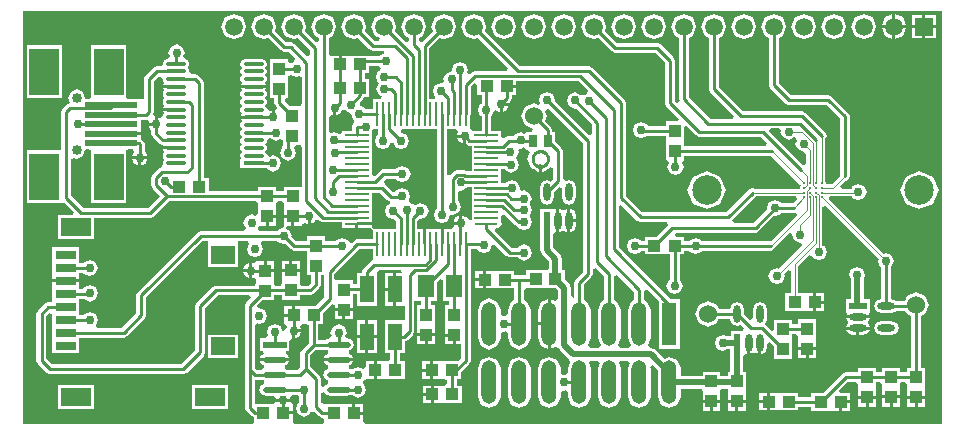
<source format=gtl>
%FSTAX23Y23*%
%MOIN*%
%SFA1B1*%

%IPPOS*%
%ADD10C,0.009843*%
%ADD11R,0.039370X0.043307*%
%ADD12O,0.023622X0.059055*%
%ADD13R,0.023622X0.059055*%
%ADD14R,0.043307X0.039370*%
%ADD15O,0.050000X0.144882*%
%ADD16R,0.050000X0.144882*%
%ADD17R,0.078740X0.021654*%
%ADD18O,0.078740X0.021654*%
%ADD19R,0.177165X0.019685*%
%ADD20R,0.098425X0.157480*%
%ADD21R,0.026772X0.039370*%
%ADD22C,0.020000*%
%ADD23O,0.059055X0.023622*%
%ADD24R,0.059055X0.023622*%
%ADD25C,0.007874*%
%ADD26R,0.008661X0.078740*%
%ADD27R,0.078740X0.008661*%
%ADD28O,0.078740X0.008661*%
%ADD29R,0.055118X0.074803*%
%ADD30R,0.047244X0.090551*%
%ADD31R,0.066929X0.011811*%
%ADD32O,0.066929X0.011811*%
%ADD33R,0.078740X0.059055*%
%ADD34R,0.098425X0.059055*%
%ADD35R,0.068898X0.031496*%
%ADD36C,0.010000*%
%ADD37C,0.002992*%
%ADD38C,0.020000*%
%ADD39C,0.030000*%
%ADD40C,0.060000*%
%ADD41C,0.033465*%
%ADD42R,0.059055X0.059055*%
%ADD43C,0.059055*%
%ADD44C,0.098425*%
%LNmsp_mcu-1*%
%LPD*%
G36*
X03181Y02453D02*
X03178Y02452D01*
X03171Y02433*
X03178Y02413*
X03198Y02406*
X03217Y02413*
X03225Y02433*
X03232Y02433*
X03234Y02433*
X03253Y02441*
X03261Y0246*
X03253Y0248*
X0325Y02481*
Y02509*
X03258Y02515*
X03259Y02514*
X03278Y02522*
X03279Y02526*
X03296*
Y02488*
Y02449*
Y02419*
X03294Y02417*
X03282Y02419*
X0328Y02425*
X03265Y0243*
Y02405*
X0326*
Y024*
X03236*
X03238Y02395*
X03231Y02385*
X03203*
Y02339*
X03201Y02335*
X03194*
X03193Y02339*
Y02385*
X03144*
Y02339*
X03142Y02335*
X03134*
Y02385*
X03115*
Y02414*
X03123Y0242*
X03125Y02419*
X03144Y02427*
X03152Y02447*
X03144Y02466*
X03125Y02474*
X0311Y02467*
X03099Y02468*
X0309Y02471*
X03086Y02484*
X03091Y02495*
X03083Y02515*
X03064Y02523*
X03044Y02515*
X03043Y02511*
X03033Y0251*
X03009Y02534*
X03006Y02535*
X03004Y02545*
X0301Y02552*
X03044*
X03045Y02549*
X03065Y02541*
X03084Y02549*
X03092Y02569*
X03084Y02588*
X03065Y02596*
X03045Y02588*
X03044Y02585*
X03*
X02989Y0258*
X02972Y02562*
X02962Y02567*
Y02587*
Y02626*
Y02666*
Y02708*
X02962Y02708*
X02963Y0271*
X02967Y02719*
X02985*
Y027*
X02981Y02699*
X02973Y0268*
X02981Y0266*
X03Y02652*
X0302Y0266*
X03025Y02674*
X03036*
X03041Y0266*
X0306Y02652*
X0308Y0266*
X03088Y0268*
X0308Y02699*
X03062Y02706*
X03059Y02709*
X03059Y0271*
X03065Y02719*
X03181*
Y02453*
G37*
G36*
X04042Y02698D02*
X04054Y02693D01*
X0426*
X04281Y02672*
X04277Y02663*
X04002*
Y02678*
Y02682*
Y02725*
X04011Y02729*
X04042Y02698*
G37*
G36*
X04326Y02713D02*
X04325Y0271D01*
X04333Y02691*
X04352Y02683*
X04371Y02691*
X04372Y02691*
X04373Y02691*
X0438Y0268*
X04375Y0267*
X04383Y02651*
X04402Y02643*
X04411Y02636*
Y02602*
X04401Y02598*
X04288Y02711*
X04292Y02721*
X04321*
X04326Y02713*
G37*
G36*
X04865Y01739D02*
X04865Y01737D01*
X02942*
X02934Y01743*
Y01747*
Y01767*
X02902*
Y01772*
X02897*
Y01802*
X02877*
X02871*
X02861*
X02804*
X02796Y01807*
X02794Y01809*
Y0184*
X02804Y01842*
X02807Y01835*
X02823Y01828*
X0288*
X02887Y01831*
X02897Y01831*
X02917Y01823*
X02936Y01831*
X02944Y0185*
X02936Y0187*
X02935Y01871*
X02935Y01876*
X02937Y01881*
X02937Y01881*
X02939Y01883*
X02946Y01886*
X02951*
X02969*
Y01915*
Y01945*
X02942*
Y01925*
X02932Y0192*
X02917Y01927*
X02897Y01919*
X02887Y0192*
X02887Y0192*
Y01931*
X02896Y01935*
X02901Y01945*
X02802*
X02807Y01935*
X02816Y01931*
Y0192*
X02807Y01916*
X028Y019*
X02807Y01885*
X02816Y01881*
Y0187*
X02807Y01866*
X02804Y01859*
X02794Y01861*
Y01885*
X02789Y01896*
X02758Y01927*
Y01966*
X02776Y01984*
X02808*
X02816Y01981*
Y0197*
X02807Y01966*
X02802Y01955*
X02901*
X02896Y01966*
X02887Y0197*
Y01981*
X02896Y01985*
X02903Y02*
X02896Y02016*
X0288Y02023*
X02875Y0203*
X0288Y0204*
X02872Y0206*
X02852Y02068*
X02833Y0206*
X02825Y0204*
X02829Y02031*
X02824Y02023*
X02823*
X02808Y02017*
X02785*
Y02069*
X028*
Y02107*
X0283Y02137*
X0284Y02133*
Y02122*
X0287*
X02899*
Y02143*
Y02149*
Y02159*
X029Y02169*
X02912*
Y0213*
X0298*
Y0224*
X02986Y0225*
X03059*
X03064Y0224*
X03045*
Y02185*
Y0213*
X03072*
Y02083*
X03007*
Y01972*
X03024*
Y01952*
X03017Y01945*
X03009*
X02999*
X02979*
Y01915*
Y01886*
X02999*
X03005*
X03015*
X03072*
Y01945*
X03057*
Y01972*
X03074*
Y02013*
X03082Y02016*
X031Y02034*
X03105Y02045*
Y02137*
X03105Y02147*
X03127*
Y02131*
X03115*
Y02074*
Y02068*
Y02058*
Y02038*
X03145*
X03174*
Y02058*
Y02064*
Y02074*
Y02131*
X03159*
Y02147*
X03181*
Y02209*
X03191Y02219*
X032Y02215*
Y02147*
X03221*
Y02131*
X03208*
Y02068*
Y02064*
Y02037*
X03237*
Y02032*
X03242*
Y02001*
X0326*
Y01954*
X03251Y01945*
X03204*
X03198*
X03188*
X03168*
Y01915*
Y01886*
X03188*
X03194*
X03203*
X03213Y01884*
Y01871*
X03206Y01864*
X03199*
X03189*
X03169*
Y01835*
Y01805*
X03189*
X03195*
X03205*
X03262*
Y01864*
X03246*
Y01886*
X03261*
Y01909*
X03288Y01936*
X03293Y01947*
Y02319*
X03315*
X03317Y02314*
X03337Y02306*
X03356Y02314*
X03362Y02331*
X03373Y02334*
X03411Y02296*
X03422Y02291*
X03449*
X0345Y02288*
X0347Y0228*
X03489Y02288*
X03497Y02307*
X03489Y02327*
X0347Y02335*
X0345Y02327*
X03449Y02324*
X03429*
X03373Y0238*
X03377Y02389*
X0338*
X03391Y02393*
X03394Y024*
X03396Y02404*
X03395Y0241*
Y02429*
X03397Y02431*
X03404Y02434*
X0344Y02398*
X03449Y02394*
X0345Y0239*
X0347Y02382*
X03489Y0239*
X03497Y0241*
X03492Y0242*
X03489Y02429*
X03492Y02438*
X03497Y02449*
X03492Y0246*
X03489Y02468*
X03491Y02477*
X03496Y02487*
X03488Y02507*
X03469Y02515*
X03462Y02512*
X03454Y0252*
X03456Y02522*
X03448Y02542*
X03429Y0255*
X03409Y02542*
X03408Y02539*
X03395*
Y02585*
X03407*
X03408Y02581*
X03427Y02573*
X03447Y02581*
X03455Y026*
X03447Y0262*
X03445Y0262*
Y02622*
X03453Y02642*
X0345Y02649*
X03457Y02656*
X0346Y02654*
X03469Y02658*
X03477Y02653*
Y0265*
X03484*
X0349Y02641*
X03481Y0262*
X03494Y02589*
X03509Y02582*
X0351Y02579*
X0352Y02575*
Y02594*
X0353*
Y02575*
X03541Y02579*
X03542Y02583*
X03556Y02589*
X03556Y02591*
X03566Y02589*
Y02552*
X03559Y02544*
X03546Y0255*
X03529Y02543*
X03522Y02526*
Y02491*
X03529Y02474*
X03546Y02467*
X03562Y02474*
X03569Y02491*
Y02509*
X03587Y02527*
X03597Y02523*
Y02491*
X03604Y02474*
X0362Y02467*
X03637Y02474*
X03644Y02491*
Y02526*
X03637Y02543*
X0362Y0255*
X03609Y02545*
X03599Y02551*
Y02645*
X03594Y02657*
X03572Y02679*
Y02709*
X03565*
Y02715*
X0356Y02727*
X0354Y02747*
X03546Y02762*
X03539Y02777*
X03546Y02787*
X03553Y02787*
X03667Y02673*
Y02243*
X03643Y02219*
X03638Y02207*
Y02157*
X03636Y02156*
X03626Y02162*
Y0219*
X03619Y02205*
X03607Y02217*
Y02248*
X03597*
Y02287*
X03591Y02302*
X03567Y02325*
Y02368*
X03577Y02375*
X03578Y02375*
Y02414*
Y02453*
X03572Y02451*
X03567Y02454*
X03524*
Y02375*
X03524*
Y02316*
X0353Y02301*
X03554Y02278*
Y02255*
X03547Y02248*
X03534*
X03477*
Y02234*
X03438*
Y02247*
X03381*
X03375*
X03365*
X03345*
Y02217*
Y02188*
X03365*
X03371*
X03381*
X03438*
X03438Y02178*
Y02148*
X03428Y02144*
X03417Y02117*
Y02101*
X03408Y02095*
X03402Y02098*
X03401Y02097*
X03392Y02102*
Y02117*
X03381Y02144*
X03355Y02155*
X03328Y02144*
X03317Y02117*
Y02022*
X03328Y01995*
X03355Y01984*
X03381Y01995*
X03392Y02022*
Y02039*
X03401Y02044*
X03402Y02043*
X03408Y02046*
X03417Y0204*
Y02022*
X03428Y01995*
X03455Y01984*
X03481Y01995*
X03492Y02022*
Y02117*
X03481Y02144*
X03471Y02148*
Y02181*
X03477Y02189*
X03534*
X0354*
X0355*
X03575*
X03582Y02181*
Y02154*
X03572Y02147*
X0356Y02153*
Y0207*
Y01986*
X03574Y01992*
X03587Y01988*
X03589Y01984*
X03619Y01953*
X03624Y0194*
X03617Y01922*
Y01906*
X03608Y019*
X03605Y01902*
X03601Y019*
X03592Y01905*
Y01922*
X03581Y01949*
X03555Y0196*
X03528Y01949*
X03517Y01922*
Y01827*
X03528Y018*
X03555Y01789*
X03581Y018*
X03592Y01827*
Y01844*
X03601Y01849*
X03605Y01847*
X03608Y01849*
X03617Y01843*
Y01827*
X03628Y018*
X03655Y01789*
X03681Y018*
X03692Y01827*
Y01922*
X03686Y01939*
X03691Y01947*
X03718*
X03723Y01939*
X03717Y01922*
Y01827*
X03728Y018*
X03755Y01789*
X03781Y018*
X03792Y01827*
Y01922*
X03786Y01939*
X03791Y01947*
X03818*
X03823Y01939*
X03817Y01922*
Y01827*
X03828Y018*
X03855Y01789*
X03881Y018*
X03892Y01827*
Y01922*
X0389Y01927*
X03899Y01932*
X03917Y01915*
Y01827*
X03928Y018*
X03955Y01789*
X03981Y018*
X03992Y01827*
Y01853*
X04065*
X04066Y01843*
Y01837*
Y01817*
X04095*
X04125*
Y01837*
Y01843*
X04126Y01853*
X04149*
X0415Y01843*
Y01837*
Y01817*
X0418*
X04209*
Y01837*
Y01843*
Y01853*
Y0191*
X04201*
Y01963*
X04211Y01969*
X04214Y01968*
Y02007*
X04224*
Y01968*
X04229Y01971*
X04237Y01973*
X04245Y01971*
X04251Y01968*
Y02007*
X04261*
Y01968*
X04273Y01973*
X0428Y0199*
Y02004*
X04289Y02008*
X04305Y01992*
Y01954*
X04364*
Y02011*
Y02017*
Y02021*
Y02036*
X04377*
X04384Y02029*
Y02022*
Y02012*
Y01992*
X04414*
X04443*
Y02012*
Y02018*
Y02028*
Y02085*
X04384*
Y02069*
X04364*
Y02084*
X04305*
Y02051*
X04296Y02047*
X04276Y02067*
X04273Y02068*
X0428Y02084*
Y0212*
X04273Y02136*
X04256Y02143*
X04239Y02136*
X04232Y0212*
Y02088*
X04223Y02083*
X04205Y02101*
Y0212*
X04198Y02136*
X04181Y02143*
X04164Y02136*
X04157Y0212*
Y02118*
X0412*
X04113Y02134*
X04082Y02147*
X04052Y02134*
X04039Y02104*
X04052Y02073*
X04082Y0206*
X04113Y02073*
X04118Y02086*
X04157*
Y02084*
X04164Y02068*
X04181Y02061*
X04194Y02066*
X04203Y02057*
X04199Y02047*
X04159*
Y02028*
X04148*
X04135Y02034*
X04115Y02026*
X04107Y02007*
X04115Y01987*
X04135Y01979*
X04148Y01985*
X04158*
Y0191*
X0415*
Y01896*
X04125*
Y0191*
X04066*
Y01896*
X03992*
Y01922*
X03981Y01949*
X03955Y0196*
X03939Y01954*
X03913Y0198*
X0392Y01987*
X0399*
Y02152*
X03959*
X03786Y02325*
Y02461*
X03795Y02465*
X03847Y02413*
X03859Y02408*
X03946*
X0395Y02398*
X03912Y0236*
X03874*
Y02346*
X03861*
X0386Y02349*
X0384Y02357*
X03821Y02349*
X03813Y0233*
X03821Y0231*
X0384Y02302*
X0386Y0231*
X03861Y02313*
X03874*
Y02301*
X03931*
X03937*
X03941*
X03956*
Y02217*
X03952Y02216*
X03944Y02197*
X03952Y02177*
X03972Y02169*
X03991Y02177*
X03999Y02197*
X03991Y02216*
X03989Y02216*
Y02301*
X04004*
Y02314*
X04021*
X04022Y0231*
X04042Y02302*
X04061Y0231*
X04062Y02314*
X04294*
X04305Y02319*
X04309Y02328*
X04356Y02375*
X04364Y0237*
X04363Y02367*
X04371Y02348*
X0439Y0234*
X04393Y02341*
X04398Y02333*
X04319Y02254*
X04312Y02257*
X04293Y02249*
X04285Y0223*
X04293Y0221*
X04312Y02202*
X04332Y0221*
X0434Y0223*
X04337Y02236*
X0435Y02249*
X04359Y02245*
Y02172*
X0434*
Y02113*
X04397*
X04403*
X04413*
X04434*
Y02142*
Y02172*
X04413*
X04407*
X04397*
X04384*
Y02262*
X0442Y02299*
X0443Y02297*
X04433Y02289*
X04452Y02281*
X04472Y02289*
X0448Y02309*
X04472Y02328*
X04465Y0233*
Y02459*
X04474Y02463*
X04652Y02285*
X04649Y02278*
X04657Y02259*
X0466Y02258*
Y02154*
X04643Y02147*
X04636Y0213*
X04643Y02114*
X0466Y02107*
X04695*
X04712Y02114*
X04712Y02114*
X0474*
X04746Y02101*
X0476Y02095*
Y01924*
X04747*
Y01909*
X04724*
Y01924*
X04665*
Y01909*
X04643*
Y01923*
X04584*
Y01909*
X04542*
X04531Y01904*
X04466Y01839*
X04428*
Y01826*
X04384*
Y0184*
X04327*
X04321*
X04311*
X04291*
Y0181*
Y01781*
X04311*
X04317*
X04327*
X04384*
Y01793*
X04428*
Y0178*
X04485*
X04491*
X04495*
X04521*
Y0181*
X04526*
Y01815*
X04558*
Y01839*
X04525*
X04521Y01848*
X04549Y01876*
X04577*
X04584Y01869*
Y0186*
Y0185*
Y0183*
X04614*
X04643*
Y0185*
Y01856*
Y01866*
X04643Y01876*
X04658*
X04665Y01869*
Y01861*
Y01851*
Y01831*
X04695*
X04724*
Y01851*
Y01857*
Y01866*
X04727Y01876*
X0474*
X04747Y01869*
Y01861*
Y01851*
Y0183*
X04777*
X04806*
Y01851*
Y01857*
Y01867*
Y01924*
X04793*
Y02095*
X04807Y02101*
X0482Y02132*
X04807Y02162*
X04777Y02175*
X04746Y02162*
X04739Y02147*
X04712*
X04712Y02147*
X04695Y02154*
X04692*
Y02258*
X04695Y02259*
X04703Y02278*
X04695Y02298*
X04676Y02305*
X04669Y02303*
X04486Y02486*
X0449Y02495*
X04563*
X04565Y02489*
X04585Y02481*
X04604Y02489*
X04612Y02509*
X04604Y02528*
X04585Y02536*
X04565Y02528*
X04562Y0252*
X04529*
X04525Y02529*
X04542Y02546*
X04551Y0255*
X04556Y02562*
Y02762*
X04551Y02773*
X04497Y02827*
X04485Y02832*
X04361*
X04319Y02874*
Y03024*
X04333Y0303*
X04345Y0306*
X04333Y03091*
X04302Y03103*
X04272Y03091*
X0426Y0306*
X04272Y0303*
X04286Y03024*
Y02867*
X04291Y02856*
X04343Y02804*
X04355Y02799*
X04479*
X04523Y02755*
Y02563*
X04496Y02535*
X0448*
X04478Y02539*
X04475Y02545*
Y02687*
X04479Y02696*
X04474Y02708*
X04408Y02774*
X04397Y02779*
X042*
X04119Y0286*
Y03024*
X04133Y0303*
X04145Y0306*
X04133Y03091*
X04102Y03103*
X04072Y03091*
X0406Y0306*
X04072Y0303*
X04086Y03024*
Y02854*
X04091Y02842*
X0417Y02763*
X04166Y02754*
X0409*
X04019Y02825*
Y03024*
X04033Y0303*
X04045Y0306*
X04033Y03091*
X04002Y03103*
X03972Y03091*
X0396Y0306*
X03972Y0303*
X03986Y03024*
Y02819*
X0399Y02811*
X03981Y02805*
X03973Y02813*
Y02947*
X03968Y02959*
X03926Y03001*
X03915Y03006*
X0378*
X03739Y03046*
X03745Y0306*
X03733Y03091*
X03702Y03103*
X03672Y03091*
X0366Y0306*
X03672Y0303*
X03702Y03018*
X03717Y03024*
X03762Y02978*
X03774Y02973*
X03908*
X0394Y02941*
Y02807*
X03945Y02795*
X03986Y02754*
X03982Y02745*
X03943*
Y0273*
X03882*
X0388Y02735*
X0386Y02743*
X03841Y02735*
X03833Y02715*
X03841Y02696*
X0386Y02688*
X0388Y02696*
X0388Y02697*
X03943*
Y02682*
Y02678*
Y02615*
X03946*
X03953Y02605*
X03948Y02594*
X03956Y02574*
X03975Y02566*
X03995Y02574*
X04003Y02594*
X03998Y02605*
X04002Y02615*
Y0263*
X04295*
X04391Y02534*
X04392Y02531*
X04389Y02523*
X04387Y0252*
X04241*
X04232Y02523*
X04221Y02519*
X04143Y02441*
X03865*
X03809Y02497*
Y02807*
X03804Y02818*
X03698Y02924*
X03687Y02929*
X03457*
X03339Y03046*
X03345Y0306*
X03333Y03091*
X03302Y03103*
X03272Y03091*
X0326Y0306*
X03272Y0303*
X03302Y03018*
X03317Y03024*
X03418Y02922*
X03414Y02913*
X03307*
X03296Y02908*
X0329Y02902*
X03281Y02907*
X03285Y02915*
X03277Y02935*
X03257Y02943*
X03238Y02935*
X0323Y02915*
X03222Y02909*
X03209Y02904*
X03201Y02885*
X03203Y0288*
X03196Y02873*
X03195Y02874*
X03175Y02866*
X03167Y02847*
X03175Y02827*
X03172Y02818*
X03155*
Y0299*
X03188Y03024*
X03202Y03018*
X03233Y0303*
X03245Y0306*
X03233Y03091*
X03202Y03103*
X03172Y03091*
X0316Y0306*
X03166Y03046*
X03129Y0301*
X03121Y03012*
X03119Y03013*
Y03024*
X03133Y0303*
X03145Y0306*
X03133Y03091*
X03102Y03103*
X03072Y03091*
X0306Y0306*
X03072Y0303*
X03086Y03024*
Y03014*
X03076Y0301*
X03039Y03046*
X03045Y0306*
X03033Y03091*
X03002Y03103*
X02972Y03091*
X0296Y0306*
X02972Y0303*
X0299Y03023*
X02988Y03013*
X02973*
X02939Y03046*
X02945Y0306*
X02933Y03091*
X02902Y03103*
X02872Y03091*
X0286Y0306*
X02872Y0303*
X02902Y03018*
X02917Y03024*
X02955Y02985*
X02967Y0298*
X03002*
X03004Y0297*
X0299Y02965*
X02989Y02962*
X02955*
Y02964*
X02892*
X02888*
X02862*
Y02935*
X02852*
Y02964*
X02825*
X02819Y02972*
Y03024*
X02833Y0303*
X02845Y0306*
X02833Y03091*
X02802Y03103*
X02772Y03091*
X0276Y0306*
X02772Y0303*
X02786Y03024*
Y03014*
X02776Y0301*
X02739Y03046*
X02745Y0306*
X02733Y03091*
X02702Y03103*
X02672Y03091*
X0266Y0306*
X02672Y0303*
X02702Y03018*
X02717Y03024*
X02756Y02984*
Y02966*
X02747Y02962*
X02705Y03004*
X02694Y03009*
X02677*
X02639Y03046*
X02645Y0306*
X02633Y03091*
X02602Y03103*
X02572Y03091*
X0256Y0306*
X02572Y0303*
X02602Y03018*
X02617Y03024*
X02659Y02981*
X0267Y02976*
X02687*
X02707Y02956*
X02705Y02944*
X02693Y02939*
X02683Y02943*
Y02951*
X02624*
Y02894*
Y02888*
Y02878*
Y02821*
X02637*
Y02807*
X02642Y02796*
X02648Y0279*
X02642Y02782*
X02639Y02783*
Y02758*
X02629*
Y02783*
X02623Y0278*
X02612Y02787*
X02612Y02788*
X02608Y02796*
X02612Y02805*
X02613Y02809*
X02612Y02813*
X02608Y02822*
X02612Y02831*
X02613Y02835*
X02612Y02839*
X02608Y02848*
X02611Y02855*
X02569*
X02526*
X02529Y02848*
X02525Y02839*
X02524Y02835*
X02525Y02831*
X02529Y02822*
X02525Y02813*
X02524Y02809*
X02525Y02805*
X02529Y02796*
X02525Y02788*
X02524Y02784*
X02525Y0278*
X02529Y02771*
X02526Y02763*
X02569*
Y02753*
X02526*
X02529Y02745*
X02525Y02737*
X02524Y02732*
X02525Y02729*
X02529Y0272*
X02525Y02711*
X02524Y02707*
X02525Y02703*
X02529Y02694*
X02525Y02685*
X02524Y02681*
X02525Y02677*
X02529Y02669*
X02525Y0266*
X02524Y02656*
X02525Y02652*
X02529Y02643*
X02525Y02634*
X02524Y0263*
X02527Y02623*
X02525Y0262*
Y02589*
X02568*
X02569Y02588*
X02612*
X02613Y02585*
X02632Y02577*
X02652Y02585*
X0266Y02605*
X02652Y02624*
X02632Y02632*
X02623Y02627*
X02612Y02634*
X02612Y02634*
X02608Y02643*
X02612Y02652*
X02613Y02656*
X02612Y0266*
X02608Y02669*
X02612Y02677*
X02613Y02681*
X02613Y02682*
X02614Y02684*
X02622Y02688*
X02642Y0268*
X02657Y02687*
X02667Y02681*
Y02666*
X02663Y02657*
X02656Y0264*
X02664Y02621*
X02684Y02613*
X02703Y02621*
X02711Y0264*
X02704Y02656*
X0271Y02666*
X02726*
X02729Y02657*
Y02537*
X02729Y02527*
X02719*
X0267*
Y02511*
X02643*
Y02527*
X02584*
Y02511*
X02419*
Y02557*
X02404*
Y02872*
X02399Y02883*
X02384Y02898*
X02373Y02902*
X02361*
X02355Y02911*
X02355Y02912*
X02354Y02916*
X02351Y02924*
X02354Y02933*
X02355Y02937*
X0235Y02949*
X02341Y02953*
X02335Y02964*
X02339Y02974*
X02331Y02993*
X02312Y03001*
X02292Y02993*
X02284Y02974*
X02289Y02963*
X02285Y02957*
X02282Y02954*
X02271Y02949*
X02266Y02937*
X02266Y02936*
X02261Y02928*
X02247*
X02235Y02923*
X02208Y02896*
X02203Y02885*
Y0282*
X02194Y02818*
X02153*
X02145Y02822*
Y02828*
Y02999*
X02026*
Y02828*
Y02822*
X02018Y02818*
X02011*
X02008Y02822*
X02Y02842*
X0198Y02851*
X01959Y02842*
X01951Y02822*
X01957Y02806*
X01946Y02801*
X01933Y02788*
X01928Y02777*
Y02649*
X01812*
Y02471*
X0193*
X0194Y02471*
X01971Y02441*
X01967Y02431*
X01918*
Y02352*
X02036*
Y02422*
X02225*
X02236Y02427*
X02287Y02478*
X02577*
X02584Y02471*
Y02464*
Y02454*
Y02436*
X02574Y02429*
X02562Y02435*
X02542Y02427*
X02534Y02407*
X02542Y0239*
X02538Y0238*
X02394*
X02382Y02375*
X02183Y02176*
X02178Y02165*
Y02105*
X02129Y02056*
X02047*
X02043Y02066*
X0205Y02082*
X02042Y02102*
X02022Y0211*
X02003Y02102*
X02002Y02099*
X01987*
Y02153*
X02003*
X02003Y02152*
X02022Y02144*
X02042Y02152*
X0205Y02172*
X02042Y02191*
X02022Y02199*
X02003Y02191*
X02001Y02186*
X01987*
Y02208*
X01942*
X01898*
Y02187*
Y02142*
X01885*
X01874Y02138*
X0185Y02114*
X01845Y02102*
Y01947*
X0185Y01935*
X01878Y01907*
X0189Y01902*
X02335*
X02346Y01907*
X02402Y01963*
X02407Y01975*
Y02123*
X02449Y02165*
X02555*
X02559Y02156*
X02545Y02142*
X0254Y0213*
Y01917*
Y0179*
X02545Y01779*
X02562Y01762*
X02569Y01759*
Y01747*
Y01744*
X02562Y01737*
X018*
Y03101*
Y03112*
X01809Y03114*
X04865*
Y01739*
G37*
G36*
X03251Y02709D02*
X03247Y027D01*
X03272*
Y02695*
X03277*
Y02668*
X03288Y02664*
X03296*
Y02626*
Y02578*
X0328*
X03269Y02583*
X03248*
X03237Y02578*
X03224Y02565*
X03215Y02567*
X03214Y02568*
Y02719*
X03245*
X03251Y02709*
G37*
G36*
X02992Y02923D02*
X0299Y02913D01*
X02985Y02911*
X02977Y02892*
X02985Y02872*
X02986Y02872*
Y02871*
X02978Y02852*
X02986Y02832*
X02997Y02828*
X02995Y02818*
X02967*
Y02785*
X02942*
X0294Y0279*
X02928Y02795*
X02924Y02797*
X02922Y02807*
X02935Y0282*
X02938Y02827*
X02955*
Y02886*
X0294*
Y02905*
X02955*
Y02929*
X02986*
X02992Y02923*
G37*
G36*
X02712Y02892D02*
X02721Y02896D01*
X02729Y02891*
Y02805*
X02726Y02796*
X02719*
X02688*
X02673Y02811*
X02677Y02821*
X02683*
Y02878*
Y02884*
Y02896*
X02693Y029*
X02712Y02892*
G37*
G36*
X02844Y02765D02*
X02858Y0277D01*
X02862Y02782*
X02873*
X02873Y02781*
X02885Y02777*
X02893Y0277*
X02901Y02751*
X02904Y0275*
Y0274*
X02901Y02738*
X02896Y02727*
Y02714*
X02863*
Y02707*
X02853Y02702*
X02837Y02709*
X02827Y02705*
X02819Y0271*
Y0276*
X02829Y02766*
X02834Y02765*
Y0279*
X02844*
Y02765*
G37*
G36*
X03315Y02867D02*
Y02833D01*
X03329*
Y02804*
X03325Y02803*
X03317Y02784*
X03325Y02764*
X03329Y02763*
Y02714*
X03299*
X03294Y02717*
X03291Y02722*
Y02764*
X03293Y02769*
Y02859*
X03305Y02871*
X03315Y02867*
G37*
G36*
X02259Y02893D02*
X02266Y02886D01*
X02267Y02882*
X02271Y02873*
X02268Y02865*
X02311*
Y02855*
X02268*
X02271Y02848*
X02267Y02839*
X02266Y02835*
X02267Y02831*
X02271Y02822*
X02267Y02813*
X02266Y02809*
X02267Y02805*
X02271Y02796*
X02268Y02789*
X02311*
Y02779*
X02268*
X02271Y02771*
X02268Y02763*
X02257Y02757*
X02249Y0276*
Y02735*
X02244*
Y0273*
X02219*
X02224Y02716*
X02227Y02715*
Y02704*
X02232Y02692*
X02254Y0267*
X02266Y02665*
X02268Y02661*
X02268Y02661*
X02311*
Y02651*
X02268*
X02271Y02643*
X02267Y02634*
X02266Y0263*
X02267Y02626*
X02271Y02617*
X02267Y02609*
X02266Y02605*
X02267Y02602*
X02262Y02592*
X0225Y02587*
X02232Y02569*
X02227Y02557*
Y02532*
X02232Y0252*
X02258Y02495*
X02218Y02455*
X02002*
X01961Y02496*
Y02618*
X01969Y02624*
X0198Y0262*
X02Y02628*
X02008Y02649*
X02011Y02652*
X02018*
X02026Y02649*
Y02642*
Y02471*
X02145*
Y02642*
Y02649*
X02153Y02652*
X02168*
X0217Y02643*
X02165Y02629*
X02215*
X02209Y02643*
X02206Y02644*
Y02669*
X02201Y0268*
X02197Y02684*
X02194Y02685*
Y02699*
X02095*
Y02709*
X02194*
Y02715*
Y0275*
X02209*
X02212Y02752*
X0222Y02744*
X02219Y0274*
X02239*
Y02761*
X02238Y02761*
X02232Y02769*
X02236Y02777*
Y02878*
X02252Y02894*
X02259Y02893*
G37*
G36*
X03838Y02176D02*
Y02148D01*
X03828Y02144*
X03817Y02117*
Y02022*
X03826Y02*
X0382Y0199*
X03789*
X03783Y02*
X03792Y02022*
Y02117*
X03781Y02144*
X03771Y02148*
Y02229*
X03781Y02233*
X03838Y02176*
G37*
G36*
X02805Y02158D02*
X02775Y02128D01*
X02743*
X02737*
X02727*
X02707*
Y02099*
X02702*
Y02094*
X0267*
Y02069*
X02673*
X0268Y02059*
X02675Y02048*
X02665Y02046*
X02659Y02062*
X0264Y0207*
X0262Y02062*
X02612Y02042*
X02617Y02031*
X0261Y02021*
X0259*
Y0198*
X026*
X02602Y0197*
X02594Y01966*
X0259Y01955*
X02688*
X02683Y01966*
X02676Y0197*
X02678Y0198*
X02688*
Y02014*
X02697Y0202*
Y02047*
X02702*
Y02052*
X02727*
X02723Y02059*
X0273Y02069*
X02742*
X02752Y02067*
Y02006*
X0273Y01984*
X02725Y01972*
Y01927*
X02715Y01917*
X02683*
X02675Y0192*
Y01931*
X02683Y01935*
X02688Y01945*
X0259*
X02594Y01935*
X02603Y01931*
Y01921*
X02595Y01917*
X0258*
X02573Y01924*
Y02066*
X02581Y02071*
X02587Y02068*
X02607Y02076*
X02615Y02095*
X02607Y02115*
X02587Y02123*
X02584Y02121*
X02579Y0213*
X02598Y02149*
X02636*
Y02165*
X02663*
Y0215*
X02723*
Y02165*
X02758*
X0277Y0217*
X02788Y02188*
X02793Y022*
Y02231*
X02805*
Y02158*
G37*
G36*
X03738Y02228D02*
Y02148D01*
X03728Y02144*
X03717Y02117*
Y02022*
X03726Y02*
X0372Y0199*
X03689*
X03683Y02*
X03692Y02022*
Y02117*
X03681Y02144*
X03671Y02148*
Y02201*
X03695Y02225*
X037Y02237*
Y02252*
X0371Y02256*
X03738Y02228*
G37*
G36*
X02603Y01881D02*
Y0187D01*
X02594Y01866*
X02588Y0185*
X02594Y01835*
X0261Y01828*
X02637*
X02643Y0182*
X02642Y0182*
X02692*
X02691Y01824*
X02697Y01834*
X02716*
X02717Y01831*
X0272Y0183*
Y01808*
X02717Y01807*
X02709Y01787*
X02717Y01768*
X02737Y0176*
X02756Y01768*
X02758Y01775*
X0277Y01777*
X02786Y01761*
X02797Y01756*
X02802Y01752*
X02802Y01741*
X02797Y01737*
X02706*
X02699Y01744*
Y01747*
Y01769*
X02667*
Y01779*
X02699*
Y01803*
X02699*
X02695Y0181*
X0264*
X02636Y01803*
X02632*
X02573*
Y01884*
X02574Y01884*
X02595*
X02603Y01881*
G37*
G36*
X0392Y02146D02*
Y01987D01*
X03912Y0198*
X03909Y01984*
X03894Y0199*
X03889*
X03883Y02*
X03892Y02022*
Y02117*
X03881Y02144*
X03871Y02148*
Y0218*
X03878Y02184*
X0388Y02185*
X0392Y02146*
G37*
G36*
X04379Y02434D02*
X04292Y02347D01*
X04061*
X04061Y02349*
X04042Y02357*
X04022Y02349*
X04022Y02347*
X04004*
Y0236*
X03977*
X03972Y0237*
X03976Y02374*
X04242*
X04253Y02379*
X04305Y02431*
X04307Y02429*
X04327Y02437*
X04328Y0244*
X04369*
X04373Y02442*
X04379Y02434*
G37*
G36*
X0438Y02486D02*
X04367Y02473D01*
X04328*
X04327Y02476*
X04307Y02484*
X04288Y02476*
X0428Y02457*
X04282Y02454*
X04235Y02407*
X04169*
X04165Y02417*
X04243Y02495*
X04376*
X0438Y02486*
G37*
G36*
X03015Y02482D02*
X03022Y02479D01*
Y02468*
X03015Y02466*
X03007Y02447*
X03015Y02427*
X03035Y02419*
X03036Y0242*
X03044Y02414*
Y02385*
X02969*
X02965Y02388*
X02962Y02393*
Y02399*
X02917*
Y0239*
X02959*
X02964Y02387*
X02967Y02382*
Y02352*
X02915*
X02904Y02347*
X02896Y02339*
X02887Y02341*
X02884Y02349*
X02864Y02357*
X02845Y02349*
X02844Y02346*
X02806*
Y02361*
X02747*
Y02346*
X0271*
X02695Y02361*
X02696Y02364*
X02688Y02383*
X02677Y02387*
X02679Y02397*
X02695*
Y02424*
X0267*
Y024*
X02669Y02396*
X02665Y02389*
X02649Y02383*
X02648Y0238*
X02587*
X02582Y02389*
X02587Y02397*
X02609*
Y02429*
X02614*
Y02434*
X02643*
Y02454*
Y0246*
Y02471*
X0265Y02478*
X02663*
X0267Y02471*
Y02464*
Y02454*
Y02434*
X027*
Y02429*
X02705*
Y02397*
X02729*
Y02401*
X02739Y02407*
X02749Y02404*
Y02429*
X02759*
Y02404*
X02773Y02409*
X02775Y02415*
X02785Y02417*
X0279Y02413*
X02801Y02408*
X02863*
Y0239*
X02907*
Y02404*
X02912*
Y02408*
X02916Y02409*
X02962*
Y02429*
Y02469*
Y02506*
X02991*
X03015Y02482*
G37*
G36*
X02967Y02286D02*
X02961Y02279D01*
X02959Y02278*
X02935Y02253*
X0293Y02242*
Y0224*
X02912*
Y02201*
X02899*
Y02216*
X0284*
X02838Y02225*
Y02235*
X02922Y02319*
X02967*
Y02286*
G37*
G36*
X02649Y02344D02*
X02669Y02336D01*
X02672Y02338*
X02692Y02318*
X02704Y02313*
X02747*
Y02298*
Y02294*
Y02231*
X0276*
Y02206*
X02751Y02197*
X0273*
X02723Y02204*
Y02213*
Y02223*
Y02243*
X02693*
X02663*
Y02223*
Y02216*
Y02207*
X02661Y02197*
X02643*
X02636Y02204*
Y02212*
Y02222*
Y02242*
X02607*
Y02247*
X02602*
Y02279*
X02577*
Y02276*
X02569Y02271*
X02565Y02272*
Y02247*
Y02222*
X02569Y02224*
X02577Y02219*
Y02207*
X02573Y02197*
X02442*
X02431Y02193*
X02379Y02141*
X02374Y0213*
Y01981*
X02328Y01935*
X01896*
X01878Y01953*
Y02096*
X01888Y02106*
X01898Y02102*
Y02057*
Y02014*
Y01971*
X01987*
Y02023*
X02136*
X02147Y02028*
X02206Y02087*
X02211Y02099*
Y02158*
X024Y02347*
X02417*
X02417Y02337*
Y02337*
Y02258*
X02516*
Y02337*
Y02337*
X02516Y02347*
X0255*
X02554Y02337*
X02546Y0232*
X02554Y023*
X02574Y02292*
X02593Y023*
X02601Y0232*
X02593Y02337*
X02597Y02347*
X02648*
X02649Y02344*
G37*
G36*
X03682Y02848D02*
X0368Y02836D01*
X0367Y02832*
X03662Y02832*
X03658Y02834*
X0364Y02842*
X0362Y02834*
X03612Y02815*
X0362Y02795*
X0364Y02787*
X03642Y02789*
X03698Y02733*
Y02702*
X03688Y02698*
X03572Y02814*
X03574Y02817*
X03566Y02836*
X03547Y02844*
X03527Y02836*
X03519Y02817*
X03523Y02807*
X03516Y02799*
X03502Y02805*
X03472Y02792*
X03459Y02762*
X03472Y02731*
X035Y02719*
X03498Y02709*
X03477*
X0347Y02704*
X0346Y02709*
X0344Y02701*
X03438Y02696*
X03419*
X03408Y02691*
X03405Y02688*
X03395Y02692*
Y02714*
X03361*
Y02763*
X03364Y02764*
X03368Y02775*
X03374Y02782*
X03381Y0278*
X03389Y02777*
Y02802*
X03394*
Y02807*
X03421*
X03425Y0281*
X0343Y02821*
Y02833*
X03445*
Y02857*
X03413*
Y02867*
X03445*
Y0288*
X0365*
X03682Y02848*
G37*
%LNmsp_mcu-2*%
%LPC*%
G36*
X03255Y0243D02*
X03241Y02425D01*
X03236Y0241*
X03255*
Y0243*
G37*
G36*
X04842Y031D02*
X04807D01*
Y03065*
X04842*
Y031*
G37*
G36*
X0298Y02022D02*
X02951D01*
Y01972*
X0298*
Y02022*
G37*
G36*
X0355Y02065D02*
X03517D01*
Y02022*
X03528Y01995*
X0355Y01986*
Y02065*
G37*
G36*
X04697Y03101D02*
X04672Y03091D01*
X04662Y03065*
X04697*
Y03101*
G37*
G36*
X04797Y031D02*
X04763D01*
Y03065*
X04797*
Y031*
G37*
G36*
X04409Y01982D02*
X04384D01*
Y01955*
X04409*
Y01982*
G37*
G36*
X03158Y01945D02*
X03131D01*
Y0192*
X03158*
Y01945*
G37*
G36*
X04443Y01982D02*
X04419D01*
Y01955*
X04443*
Y01982*
G37*
G36*
X02941Y02022D02*
X02912D01*
Y01972*
X02941*
Y02022*
G37*
G36*
X02516Y02034D02*
X02417D01*
Y01955*
X02516*
Y02034*
G37*
G36*
X03232Y02027D02*
X03208D01*
Y02001*
X03232*
Y02027*
G37*
G36*
X02941Y02083D02*
X02912D01*
Y02032*
X02941*
Y02083*
G37*
G36*
X04695Y02079D02*
X0466D01*
X04643Y02072*
X04636Y02055*
X04643Y02039*
X0466Y02032*
X04695*
X04712Y02039*
X04719Y02055*
X04712Y02072*
X04695Y02079*
G37*
G36*
X0298Y02083D02*
X02951D01*
Y02032*
X0298*
Y02083*
G37*
G36*
X0355Y02153D02*
X03528Y02144D01*
X03517Y02117*
Y02075*
X0355*
Y02153*
G37*
G36*
X04622Y02088D02*
X04544D01*
X04549Y02076*
Y02072*
X04544Y0206*
X04622*
X04617Y02072*
Y02076*
X04622Y02088*
G37*
G36*
X03174Y02028D02*
X0315D01*
Y02001*
X03174*
Y02028*
G37*
G36*
X0314D02*
X03115D01*
Y02001*
X0314*
Y02028*
G37*
G36*
X04622Y0205D02*
X04588D01*
Y02032*
X04601*
X04617Y02039*
X04622Y0205*
G37*
G36*
X04578D02*
X04544D01*
X04549Y02039*
X04565Y02032*
X04578*
Y0205*
G37*
G36*
X03158Y0191D02*
X03131D01*
Y01886*
X03158*
Y0191*
G37*
G36*
X04209Y01807D02*
X04185D01*
Y0178*
X04209*
Y01807*
G37*
G36*
X04175D02*
X0415D01*
Y0178*
X04175*
Y01807*
G37*
G36*
X04281Y01805D02*
X04254D01*
Y01781*
X04281*
Y01805*
G37*
G36*
X02483Y01865D02*
X02364D01*
Y01786*
X02483*
Y01865*
G37*
G36*
X02036D02*
X01918D01*
Y01786*
X02036*
Y01865*
G37*
G36*
X02907Y01802D02*
Y01777D01*
X02934*
Y01802*
X02907*
G37*
G36*
X04707Y03101D02*
Y03065D01*
X04743*
X04733Y03091*
X04707Y03101*
G37*
G36*
X04558Y01805D02*
X04531D01*
Y0178*
X04558*
Y01805*
G37*
G36*
X04125Y01807D02*
X041D01*
Y0178*
X04125*
Y01807*
G37*
G36*
X0409D02*
X04066D01*
Y0178*
X0409*
Y01807*
G37*
G36*
X03355Y0196D02*
X03328Y01949D01*
X03317Y01922*
Y01827*
X03328Y018*
X03355Y01789*
X03381Y018*
X03392Y01827*
Y01922*
X03381Y01949*
X03355Y0196*
G37*
G36*
X04724Y01821D02*
X047D01*
Y01794*
X04724*
Y01821*
G37*
G36*
X0469D02*
X04665D01*
Y01794*
X0469*
Y01821*
G37*
G36*
X03159Y0183D02*
X03132D01*
Y01805*
X03159*
Y0183*
G37*
G36*
Y01864D02*
X03132D01*
Y0184*
X03159*
Y01864*
G37*
G36*
X04281Y0184D02*
X04254D01*
Y01815*
X04281*
Y0184*
G37*
G36*
X04609Y0182D02*
X04584D01*
Y01793*
X04609*
Y0182*
G37*
G36*
X03455Y0196D02*
X03428Y01949D01*
X03417Y01922*
Y01827*
X03428Y018*
X03455Y01789*
X03481Y018*
X03492Y01827*
Y01922*
X03481Y01949*
X03455Y0196*
G37*
G36*
X04643Y0182D02*
X04619D01*
Y01793*
X04643*
Y0182*
G37*
G36*
X04806Y0182D02*
X04782D01*
Y01794*
X04806*
Y0182*
G37*
G36*
X04772D02*
X04747D01*
Y01794*
X04772*
Y0182*
G37*
G36*
X04502Y03103D02*
X04472Y03091D01*
X0446Y0306*
X04472Y0303*
X04502Y03018*
X04533Y0303*
X04545Y0306*
X04533Y03091*
X04502Y03103*
G37*
G36*
X04788Y02579D02*
X04742Y0256D01*
X04724Y02515*
X04742Y0247*
X04788Y02451*
X04833Y0247*
X04852Y02515*
X04833Y0256*
X04788Y02579*
G37*
G36*
X04402Y03103D02*
X04372Y03091D01*
X0436Y0306*
X04372Y0303*
X04402Y03018*
X04433Y0303*
X04445Y0306*
X04433Y03091*
X04402Y03103*
G37*
G36*
X03902D02*
X03872Y03091D01*
X0386Y0306*
X03872Y0303*
X03902Y03018*
X03933Y0303*
X03945Y0306*
X03933Y03091*
X03902Y03103*
G37*
G36*
X04202D02*
X04172Y03091D01*
X0416Y0306*
X04172Y0303*
X04202Y03018*
X04233Y0303*
X04245Y0306*
X04233Y03091*
X04202Y03103*
G37*
G36*
X03625Y02453D02*
Y02419D01*
X03644*
Y02432*
X03637Y02448*
X03625Y02453*
G37*
G36*
X04602Y03103D02*
X04572Y03091D01*
X0456Y0306*
X04572Y0303*
X04602Y03018*
X04633Y0303*
X04645Y0306*
X04633Y03091*
X04602Y03103*
G37*
G36*
X04079Y02579D02*
X04034Y0256D01*
X04015Y02515*
X04034Y0247*
X04079Y02451*
X04124Y0247*
X04143Y02515*
X04124Y0256*
X04079Y02579*
G37*
G36*
X03615Y02453D02*
X03604Y02448D01*
X036*
X03588Y02453*
Y02414*
Y02375*
X036Y0238*
X03604*
X03615Y02375*
Y02414*
Y02453*
G37*
G36*
X02502Y03103D02*
X02472Y03091D01*
X0246Y0306*
X02472Y0303*
X02502Y03018*
X02533Y0303*
X02545Y0306*
X02533Y03091*
X02502Y03103*
G37*
G36*
X03402D02*
X03372Y03091D01*
X0336Y0306*
X03372Y0303*
X03402Y03018*
X03433Y0303*
X03445Y0306*
X03433Y03091*
X03402Y03103*
G37*
G36*
X0193Y02999D02*
X01812D01*
Y02822*
X0193*
Y02999*
G37*
G36*
X02596Y02954D02*
X02541D01*
X02529Y02949*
X02524Y02937*
X02525Y02933*
X02529Y02924*
X02525Y02916*
X02524Y02912*
X02525Y02908*
X02529Y02899*
X02525Y0289*
X02524Y02886*
X02525Y02882*
X02529Y02873*
X02526Y02865*
X02569*
X02611*
X02608Y02873*
X02612Y02882*
X02613Y02886*
X02612Y0289*
X02608Y02899*
X02612Y02908*
X02613Y02912*
X02612Y02916*
X02608Y02924*
X02612Y02933*
X02613Y02937*
X02608Y02949*
X02596Y02954*
G37*
G36*
X03802Y03103D02*
X03772Y03091D01*
X0376Y0306*
X03772Y0303*
X03802Y03018*
X03833Y0303*
X03845Y0306*
X03833Y03091*
X03802Y03103*
G37*
G36*
X03602D02*
X03572Y03091D01*
X0356Y0306*
X03572Y0303*
X03602Y03018*
X03633Y0303*
X03645Y0306*
X03633Y03091*
X03602Y03103*
G37*
G36*
X03502D02*
X03472Y03091D01*
X0346Y0306*
X03472Y0303*
X03502Y03018*
X03533Y0303*
X03545Y0306*
X03533Y03091*
X03502Y03103*
G37*
G36*
X04444Y02172D02*
Y02147D01*
X0447*
Y02172*
X04444*
G37*
G36*
X03035Y0218D02*
X03007D01*
Y0213*
X03035*
Y0218*
G37*
G36*
X04842Y03055D02*
X04807D01*
Y03021*
X04842*
Y03055*
G37*
G36*
X03035Y0224D02*
X03007D01*
Y0219*
X03035*
Y0224*
G37*
G36*
X03335Y02212D02*
X03308D01*
Y02188*
X03335*
Y02212*
G37*
G36*
X02899Y02112D02*
X02875D01*
Y02086*
X02899*
Y02112*
G37*
G36*
X02865D02*
X0284D01*
Y02086*
X02865*
Y02112*
G37*
G36*
X0458Y02259D02*
X04561Y02251D01*
X04553Y02232*
X04559Y02218*
Y02152*
X04543*
Y02108*
X04546Y02104*
X04544Y02098*
X04622*
X0462Y02104*
X04623Y02108*
Y02152*
X04602*
Y02218*
X04608Y02232*
X046Y02251*
X0458Y02259*
G37*
G36*
X0447Y02137D02*
X04444D01*
Y02113*
X0447*
Y02137*
G37*
G36*
X04797Y03055D02*
X04763D01*
Y03021*
X04797*
Y03055*
G37*
G36*
X04743D02*
X04707D01*
Y0302*
X04733Y0303*
X04743Y03055*
G37*
G36*
X04697D02*
X04662D01*
X04672Y0303*
X04697Y0302*
Y03055*
G37*
G36*
X03644Y02409D02*
X03625D01*
Y02375*
X03637Y0238*
X03644Y02396*
Y02409*
G37*
G36*
X03335Y02247D02*
X03308D01*
Y02222*
X03335*
Y02247*
G37*
G36*
X01987Y02325D02*
X01898D01*
Y02274*
Y0223*
Y02218*
X01942*
X01987*
Y0224*
X02001*
X02002Y02237*
X02022Y02229*
X02041Y02237*
X02049Y02257*
X02041Y02276*
X02022Y02284*
X02002Y02276*
X02001Y02272*
X01987*
Y02325*
G37*
G36*
X03267Y0269D02*
X03247D01*
X03253Y02676*
X03267Y02671*
Y0269*
G37*
G36*
X02185Y02619D02*
X02165D01*
X0217Y02604*
X02185Y02599*
Y02619*
G37*
G36*
X02215D02*
X02195D01*
Y02599*
X02209Y02604*
X02215Y02619*
G37*
G36*
X02727Y02042D02*
X02707D01*
Y02022*
X02721Y02027*
X02727Y02042*
G37*
G36*
X02697Y02128D02*
X0267D01*
Y02104*
X02697*
Y02128*
G37*
G36*
X02643Y02424D02*
X02619D01*
Y02397*
X02643*
Y02424*
G37*
G36*
X02723Y0228D02*
X02698D01*
Y02253*
X02723*
Y0228*
G37*
G36*
X02688D02*
X02663D01*
Y02253*
X02688*
Y0228*
G37*
G36*
X02555Y02242D02*
X02535D01*
X0254Y02228*
X02555Y02222*
Y02242*
G37*
G36*
X02636Y02279D02*
X02612D01*
Y02252*
X02636*
Y02279*
G37*
G36*
X02555Y02272D02*
X0254Y02267D01*
X02535Y02252*
X02555*
Y02272*
G37*
G36*
X03418Y02797D02*
X03399D01*
Y02777*
X03413Y02782*
X03418Y02797*
G37*
%LNmsp_mcu-3*%
%LPD*%
G54D10*
X03525Y02645D02*
D01*
X03523Y02645*
X03521Y02645*
X03519Y02645*
X03517Y02644*
X03516Y02644*
X03514Y02643*
X03512Y02642*
X03511Y02641*
X03509Y0264*
X03508Y02639*
X03507Y02638*
X03505Y02637*
X03504Y02635*
X03503Y02634*
X03502Y02632*
X03501Y02631*
X03501Y02629*
X035Y02628*
X035Y02626*
X03499Y02624*
X03499Y02622*
X03499Y02621*
Y02619*
X03499Y02617*
X03499Y02615*
X035Y02613*
X035Y02612*
X03501Y0261*
X03501Y02608*
X03502Y02607*
X03503Y02605*
X03504Y02604*
X03505Y02602*
X03507Y02601*
X03508Y026*
X03509Y02599*
X03511Y02598*
X03512Y02597*
X03514Y02596*
X03516Y02596*
X03517Y02595*
X03519Y02595*
X03521Y02594*
X03523Y02594*
X03525Y02594*
X03526Y02594*
X03528Y02594*
X0353Y02595*
X03532Y02595*
X03533Y02596*
X03535Y02596*
X03537Y02597*
X03538Y02598*
X0354Y02599*
X03541Y026*
X03542Y02601*
X03544Y02602*
X03545Y02604*
X03546Y02605*
X03547Y02607*
X03548Y02608*
X03548Y0261*
X03549Y02612*
X03549Y02613*
X0355Y02615*
X0355Y02617*
X0355Y02619*
Y02621*
X0355Y02622*
X0355Y02624*
X03549Y02626*
X03549Y02628*
X03548Y02629*
X03548Y02631*
X03547Y02632*
X03546Y02634*
X03545Y02635*
X03544Y02637*
X03542Y02638*
X03541Y02639*
X0354Y0264*
X03538Y02641*
X03537Y02642*
X03535Y02643*
X03533Y02644*
X03532Y02644*
X0353Y02645*
X03528Y02645*
X03527Y02645*
G54D11*
X02777Y02329D03*
Y02262D03*
X02693Y02181D03*
Y02248D03*
X02607Y0218D03*
Y02247D03*
X02654Y02919D03*
Y02852D03*
X02697Y02697D03*
Y02764D03*
X04414Y01987D03*
Y02053D03*
X04335Y01985D03*
Y02052D03*
X0418Y01879D03*
Y01812D03*
X04095Y01879D03*
Y01812D03*
X02614Y02495D03*
Y02429D03*
X03972Y02713D03*
Y02647D03*
X04777Y01892D03*
Y01825D03*
X04695Y01892D03*
Y01826D03*
X04614Y01892D03*
Y01825D03*
X0287Y02184D03*
Y02117D03*
X03237Y02099D03*
Y02032D03*
X03145Y021D03*
Y02033D03*
X027Y02495D03*
Y02429D03*
G54D12*
X04256Y02102D03*
X04181D03*
X04256Y02007D03*
X04219D03*
X0362Y02509D03*
X03546D03*
X0362Y02414D03*
X03583D03*
G54D13*
X04181Y02007D03*
X03546Y02414D03*
G54D14*
X03575Y02219D03*
X03509D03*
X0323Y01835D03*
X03164D03*
X02769Y02099D03*
X02702D03*
X03407Y02217D03*
X0334D03*
X0232Y02527D03*
X02387D03*
X04372Y02142D03*
X04439D03*
X03905Y0233D03*
X03972D03*
X0323Y01915D03*
X03163D03*
X0446Y0181D03*
X04526D03*
X04352Y0181D03*
X04286D03*
X03347Y02862D03*
X03413D03*
X0304Y01915D03*
X02974D03*
X02857Y02857D03*
X02924D03*
X02857Y02935D03*
X02924D03*
X02667Y01774D03*
X026D03*
X02902Y01772D03*
X02836D03*
G54D15*
X03355Y01875D03*
X03455D03*
X03355Y0207D03*
X03555D03*
X03455D03*
X03555Y01875D03*
X03655D03*
X03755D03*
X03855D03*
X03955D03*
X03655Y0207D03*
X03755D03*
X03855D03*
G54D16*
X03955Y0207D03*
G54D17*
X02639Y02D03*
G54D18*
X02639Y0195D03*
Y019D03*
Y0185D03*
X02852Y02D03*
Y0195D03*
Y019D03*
Y0185D03*
G54D19*
X02095Y02798D03*
Y02767D03*
Y02672D03*
Y02704D03*
Y02735D03*
G54D20*
X02086Y0291D03*
X01871D03*
X02086Y0256D03*
X01871D03*
G54D21*
X03549Y02679D03*
X035D03*
G54D22*
X03525Y02594D03*
G54D23*
X04677Y02055D03*
Y0213D03*
X04583Y02055D03*
Y02093D03*
G54D24*
X04583Y0213D03*
G54D25*
X04404Y02539D03*
Y02523D03*
Y02507D03*
Y02492D03*
X04424Y02539D03*
Y02523D03*
Y02507D03*
Y02492D03*
X04443Y02539D03*
Y02523D03*
Y02507D03*
Y02492D03*
X04463Y02539D03*
Y02523D03*
Y02507D03*
Y02492D03*
G54D26*
X03276Y02335D03*
X03257D03*
X03237D03*
X03217D03*
X03198D03*
X03178D03*
X03158D03*
X03139D03*
X03119D03*
X03099D03*
X0308D03*
X0306D03*
X0304D03*
X0302D03*
X03001D03*
X02981D03*
Y02769D03*
X03001D03*
X0302D03*
X0304D03*
X0306D03*
X0308D03*
X03099D03*
X03119D03*
X03139D03*
X03158D03*
X03178D03*
X03198D03*
X03217D03*
X03237D03*
X03257D03*
X03276D03*
G54D27*
X02912Y02404D03*
Y02424D03*
Y02444D03*
Y02463D03*
Y02483D03*
Y02503D03*
Y02522D03*
Y02542D03*
Y02562D03*
Y02582D03*
Y02601D03*
Y02621D03*
Y02641D03*
Y0266D03*
Y0268D03*
Y027D03*
X03345D03*
Y0268D03*
Y0266D03*
Y02641D03*
Y02621D03*
Y02601D03*
Y02582D03*
Y02562D03*
Y02542D03*
Y02522D03*
Y02503D03*
Y02483D03*
Y02463D03*
Y02444D03*
Y02424D03*
G54D28*
X03345Y02404D03*
G54D29*
X03143Y02195D03*
X03237D03*
G54D30*
X02946Y02185D03*
Y02027D03*
X0304Y02185D03*
Y02027D03*
G54D31*
X02569Y02605D03*
G54D32*
X02569Y0263D03*
Y02656D03*
Y02681D03*
Y02707D03*
Y02732D03*
Y02758D03*
Y02784D03*
Y02809D03*
Y02835D03*
Y0286D03*
Y02886D03*
Y02912D03*
Y02937D03*
X02311Y02605D03*
Y0263D03*
Y02656D03*
Y02681D03*
Y02707D03*
Y02732D03*
Y02758D03*
Y02784D03*
Y02809D03*
Y02835D03*
Y0286D03*
Y02886D03*
Y02912D03*
Y02937D03*
G54D33*
X02467Y02298D03*
Y01995D03*
G54D34*
X01977Y02392D03*
X02423Y01825D03*
X01977D03*
G54D35*
X01942Y01996D03*
Y0204D03*
Y02083D03*
Y02126D03*
Y0217D03*
Y02213D03*
Y02256D03*
Y02299D03*
G54D36*
X02857Y02857D02*
Y02935D01*
X02569Y02758D02*
X02634D01*
X02702Y02047D02*
X02702Y02047D01*
Y02099*
X03394Y02802D02*
X03413Y02821D01*
Y02862*
X03027Y02494D02*
X03064D01*
X03984Y0233D02*
X04294D01*
X03975Y0234D02*
X03984Y0233D01*
X03Y02569D02*
X03065D01*
X02442Y02181D02*
X02693D01*
X03345Y027D02*
Y02861D01*
X03419Y02679D02*
X035D01*
X02667Y01814D02*
X02667Y01815D01*
X02667Y01774D02*
Y01814D01*
X03257Y02402D02*
X0326Y02405D01*
X03257Y02335D02*
Y02402D01*
X02753Y02429D02*
X02754Y02429D01*
X027Y02429D02*
X02753D01*
X02839Y0279D02*
X02857Y02807D01*
Y02857*
X03089Y02232D02*
X03107Y0225D01*
X03145*
X03178Y02283*
Y02335*
X0297Y02267D02*
X03142D01*
X02946Y02242D02*
X0297Y02267D01*
X03142D02*
X03158Y02283D01*
X0256Y02247D02*
X02607D01*
X03272Y02695D02*
X03288Y0268D01*
X03345*
X02275Y02545D02*
X02292Y02527D01*
X0232*
X0219Y02624D02*
Y02669D01*
X02186Y02672D02*
X0219Y02669D01*
X02095Y02672D02*
X02186D01*
X0228Y02495D02*
X02699D01*
X01957Y0279D02*
X02095D01*
Y02798*
X01945Y02777D02*
X01957Y0279D01*
X03274Y02562D02*
X03345D01*
X03269Y02567D02*
X03274Y02562D01*
X03248Y02567D02*
X03269D01*
X03234Y02552D02*
X03248Y02567D01*
X03234Y0246D02*
Y02552D01*
X04542Y01892D02*
X04777D01*
X02669Y02364D02*
X0267D01*
X02394D02*
X02669D01*
X02639Y0185D02*
X02737D01*
X03972Y02647D02*
X04296D01*
X02711Y02919D02*
X02712Y0292D01*
X02654Y02919D02*
X02711D01*
X02654Y02807D02*
X02697Y02764D01*
X02654Y02807D02*
Y02852D01*
X02684Y0264D02*
Y02685D01*
X02697Y02697*
X0284Y0264D02*
X02841Y02641D01*
X02912*
X03335Y02335D02*
X03337Y02334D01*
X03276Y02335D02*
X03335D01*
X04352Y0181D02*
X04354Y0181D01*
X0446*
X04542Y01892*
X04777D02*
Y02132D01*
X04775Y0213D02*
X04777Y02132D01*
X04677Y0213D02*
X04775D01*
X04676Y02132D02*
X04677Y0213D01*
X04676Y02132D02*
Y02278D01*
X0458Y02133D02*
X04583Y0213D01*
X04412Y02052D02*
X04414Y02053D01*
X04335Y02052D02*
X04412D01*
X04265Y02055D02*
X04335Y01985D01*
X04228Y02055D02*
X04265D01*
X04181Y02102D02*
X04228Y02055D01*
X04082Y02104D02*
X04084Y02102D01*
X04181*
X03455Y02217D02*
X03507D01*
X03407D02*
X03455D01*
X03507D02*
X03509Y02219D01*
X03455Y0207D02*
Y02217D01*
X03605Y01875D02*
X03606Y01875D01*
X03655*
X03402Y0207D02*
X03404Y0207D01*
X03455*
X03655D02*
Y02207D01*
X03684Y02237*
Y0268*
X03547Y02817D02*
X03684Y0268D01*
X03755Y0207D02*
Y02235D01*
X03715Y02275D02*
X03755Y02235D01*
X03715Y02275D02*
Y0274D01*
X0364Y02815D02*
X03715Y0274D01*
X03217Y02769D02*
Y02824D01*
X03229Y0285D02*
X03237Y02842D01*
X03195Y02847D02*
X03217Y02824D01*
X03237Y02769D02*
Y02842D01*
X03229Y0285D02*
Y02885D01*
X03855Y0207D02*
Y02182D01*
X03742Y02295D02*
X03855Y02182D01*
X03742Y02295D02*
Y02757D01*
X03687Y02812D02*
X03742Y02757D01*
X03257Y02769D02*
Y02915D01*
X03257Y02915*
X03955Y0207D02*
Y02134D01*
X0377Y02319D02*
X03955Y02134D01*
X0377Y02319D02*
Y02784D01*
X03657Y02897D02*
X0377Y02784D01*
X03307Y02897D02*
X03657D01*
X03276Y02865D02*
X03307Y02897D01*
X03276Y02769D02*
Y02865D01*
X03502Y02762D02*
X03549Y02715D01*
Y02679D02*
Y02715D01*
X03546Y02509D02*
X03582Y02545D01*
Y02645*
X03549Y02679D02*
X03582Y02645D01*
X03345Y02861D02*
X03347Y02862D01*
X0386Y02715D02*
X03863Y02713D01*
X03972*
X03702Y0306D02*
X03774Y0299D01*
X03915*
X03957Y02947*
Y02807D02*
Y02947D01*
Y02807D02*
X04054Y0271D01*
X04267*
X03792Y0249D02*
Y02807D01*
X03245Y01915D02*
X03276Y01947D01*
Y02335*
X0323Y01835D02*
X0323Y01835D01*
X0323Y01835D02*
Y01915D01*
X03245*
X02244Y02704D02*
Y02735D01*
Y02704D02*
X02266Y02681D01*
X02311*
X02639Y02042D02*
X0264Y02042D01*
X02639Y02D02*
Y02042D01*
X03345Y0266D02*
X034D01*
X03419Y02679*
X02769Y02002D02*
X0277Y02D01*
X02769Y02002D02*
Y02099D01*
X02852Y0204D02*
X02852Y0204D01*
X02852Y02D02*
Y0204D01*
X0277Y02D02*
X02852D01*
X0458Y02232D02*
X04582Y0223D01*
X02915Y02335D02*
X02981D01*
X02822Y02242D02*
X02915Y02335D01*
X02822Y02152D02*
Y02242D01*
X02769Y02099D02*
X02822Y02152D01*
X0287Y02184D02*
X0287Y02185D01*
X02946*
X03099Y02769D02*
Y02964D01*
Y02335D02*
Y02421D01*
X03125Y02447*
X03139Y02769D02*
Y02997D01*
X0308Y02769D02*
Y02957D01*
X0306Y02769D02*
Y02874D01*
X03119Y02769D02*
Y02984D01*
X0308Y02335D02*
Y02449D01*
X0306Y02335D02*
Y02421D01*
X02974Y02542D02*
X03Y02569D01*
X04242Y0239D02*
X04307Y02457D01*
X03965Y0239D02*
X04242D01*
X03905Y0233D02*
X03965Y0239D01*
X02912Y02542D02*
X02974D01*
X02742Y01972D02*
X0277Y02D01*
X02742Y0192D02*
Y01972D01*
X02722Y019D02*
X02742Y0192D01*
X02639Y019D02*
X02722D01*
X02557Y0213D02*
X02607Y0218D01*
X02557Y01917D02*
Y0213D01*
Y01917D02*
X02574Y019D01*
X03198Y02433D02*
Y02769D01*
X02912Y02727D02*
X02943D01*
X02912Y027D02*
Y02727D01*
X02852Y0185D02*
X02917D01*
X02915Y019D02*
X02917Y019D01*
X02852Y019D02*
X02915D01*
X0304Y01915D02*
Y02027D01*
X03237Y02099D02*
Y02195D01*
X03143Y02101D02*
X03145Y021D01*
X03143Y02101D02*
Y02195D01*
X0304Y02027D02*
X0307D01*
X03089Y02045*
Y02232*
X02946Y02185D02*
Y02242D01*
X03158Y02283D02*
Y02335D01*
X03143Y02195D02*
X03217Y02269D01*
Y02335*
X03237Y02195D02*
X03237Y02195D01*
X03237Y02195D02*
Y02335D01*
X0302Y0272D02*
X0306Y0268D01*
X0302Y0272D02*
Y02769D01*
X03Y0268D02*
X03001Y0268D01*
Y02769*
X02777Y022D02*
Y02262D01*
X02758Y02181D02*
X02777Y022D01*
X02693Y02181D02*
X02758D01*
X02777Y02329D02*
X02864D01*
X02704D02*
X02777D01*
X0267Y02364D02*
X02704Y02329D01*
X02195Y02165D02*
X02394Y02364D01*
X02837Y02682D02*
X02838Y0268D01*
X02912*
X02835Y0251D02*
Y02542D01*
X02855Y02562*
X02912*
X02836Y02582D02*
X02912D01*
X02835Y02582D02*
X02836Y02582D01*
X02922Y02769D02*
X02981D01*
X03972Y02197D02*
X03972Y02197D01*
Y0233*
X0415Y02425D02*
X04232Y02507D01*
X03859Y02425D02*
X0415D01*
X03792Y0249D02*
X03859Y02425D01*
X02998Y02522D02*
X03027Y02494D01*
X02912Y02522D02*
X02998D01*
X03972Y02647D02*
X03975Y02643D01*
Y02594D02*
Y02643D01*
X02699Y02495D02*
X027Y02495D01*
X02244Y02532D02*
X0228Y02495D01*
X02387Y02527D02*
Y02872D01*
X02373Y02886D02*
X02387Y02872D01*
X02311Y02886D02*
X02373D01*
X02569Y02605D02*
X02632D01*
X03005Y02852D02*
X03027D01*
X0304Y02838*
Y02769D02*
Y02838D01*
X03005Y02892D02*
X03042D01*
X0306Y02874*
X02641Y02707D02*
X02642Y02707D01*
X02569Y02707D02*
X02641D01*
X02602Y0306D02*
X0267Y02992D01*
X02694*
X02745Y0294*
Y0248D02*
Y0294D01*
Y0248D02*
X02801Y02424D01*
X02702Y0306D02*
X02772Y0299D01*
Y0249D02*
Y0299D01*
Y0249D02*
X02818Y02444D01*
X02801Y02424D02*
X02912D01*
X02818Y02444D02*
X02912D01*
X03422Y02307D02*
X0347D01*
X03035Y02447D02*
X0306Y02421D01*
X03425Y02641D02*
X03425Y02642D01*
X03345Y02641D02*
X03425D01*
X03427Y02601D02*
X03427Y026D01*
X03345Y02601D02*
X03427D01*
X03259Y02542D02*
X03259Y02542D01*
X03345*
Y02385D02*
X03422Y02307D01*
X03345Y02385D02*
Y02404D01*
X03452Y0241D02*
X0347D01*
X03398Y02463D02*
X03452Y0241D01*
X03345Y02463D02*
X03398D01*
X03437Y02449D02*
X0347D01*
X03403Y02483D02*
X03437Y02449D01*
X03345Y02483D02*
X03403D01*
X03427Y02487D02*
X03469D01*
X03412Y02503D02*
X03427Y02487D01*
X03345Y02503D02*
X03412D01*
X03428Y02522D02*
X03429Y02522D01*
X03345Y02522D02*
X03428D01*
X03139Y02997D02*
X03202Y0306D01*
X03102Y03D02*
Y0306D01*
Y03D02*
X03119Y02984D01*
X0304Y02997D02*
X0308Y02957D01*
X02802Y02492D02*
X02831Y02463D01*
X02912*
X02802Y02492D02*
Y0306D01*
X03002D02*
X03099Y02964D01*
X02902Y0306D02*
X02967Y02997D01*
X0304*
X03905Y0233D02*
X03905Y0233D01*
X0384Y0233D02*
X03905D01*
X04307Y02457D02*
X04369D01*
X04267Y0271D02*
X04394Y02582D01*
X04002Y02819D02*
Y0306D01*
Y02819D02*
X04084Y02737D01*
X04389*
X04443Y02683*
X04302Y02867D02*
Y0306D01*
Y02867D02*
X04355Y02815D01*
X04485*
X0454Y02762*
Y02562D02*
Y02762D01*
X04102Y02854D02*
Y0306D01*
Y02854D02*
X04194Y02762D01*
X04397*
X04463Y02696*
X02247Y02912D02*
X02311D01*
X0222Y02885D02*
X02247Y02912D01*
X0222Y02777D02*
Y02885D01*
X02209Y02767D02*
X0222Y02777D01*
X02095Y02767D02*
X02209D01*
X02311Y02809D02*
X02353D01*
X02362Y028*
Y0259D02*
Y028D01*
X02347Y02575D02*
X02362Y0259D01*
X01945Y0249D02*
Y02777D01*
Y0249D02*
X01995Y02439D01*
X02225*
X0228Y02495*
X02244Y02532D02*
Y02557D01*
X02262Y02575*
X02347*
X01976Y02735D02*
X01982D01*
X02095*
X02311Y02937D02*
Y02973D01*
X02312Y02974*
X01942Y0204D02*
X02136D01*
X01942Y0217D02*
X0202D01*
X02022Y02172*
X01942Y02126D02*
X01943Y02127D01*
X01942Y02083D02*
X02022D01*
X02022Y02082*
X01942Y02256D02*
X02021D01*
X02022Y02257*
X02136Y0204D02*
X02195Y02099D01*
Y02165*
X01885Y02126D02*
X01942D01*
X01862Y02102D02*
X01885Y02126D01*
X01862Y01947D02*
Y02102D01*
Y01947D02*
X0189Y01919D01*
X02335*
X0239Y01975*
Y0213*
X02442Y02181*
X03302Y0306D02*
X0345Y02912D01*
X03687*
X03792Y02807*
X02892Y028D02*
X02924Y02832D01*
Y02857*
Y02935*
X02935Y02945*
X0301*
X02574Y01774D02*
X026D01*
X02557Y0179D02*
X02574Y01774D01*
X02742Y0192D02*
X02777Y01885D01*
Y01792D02*
Y01885D01*
Y01792D02*
X02797Y01772D01*
X02836*
X02737Y01787D02*
Y0185D01*
X02574Y019D02*
X02639D01*
X02557Y0179D02*
Y01917D01*
G54D37*
X04462Y02507D02*
X04589D01*
X04452Y02496D02*
Y02498D01*
Y02496D02*
X04453Y02495D01*
Y02488D02*
Y02495D01*
X04452Y02487D02*
X04453Y02488D01*
X04452Y02309D02*
Y02487D01*
X04443Y02507D02*
X04452Y02498D01*
X04414Y02513D02*
X04424Y02523D01*
X04414Y0245D02*
Y02513D01*
X04294Y0233D02*
X04414Y0245D01*
X04372Y02142D02*
Y02268D01*
X04369Y02457D02*
X04404Y02492D01*
X04312Y0223D02*
X04434Y0235D01*
X04372Y02268D02*
X04443Y02339D01*
Y02492*
X04232Y02507D02*
X04404D01*
X04296Y02647D02*
X04404Y02539D01*
X04463Y02492D02*
X04676Y02278D01*
X04397Y0271D02*
X04434Y02673D01*
Y02532D02*
X04443Y02523D01*
X04434Y02532D02*
Y02673D01*
X04394Y02582D02*
X04414Y02562D01*
Y02533D02*
Y02562D01*
X04404Y02523D02*
X04414Y02533D01*
X04434Y0235D02*
Y02497D01*
X0439Y024D02*
X04424Y02434D01*
X0439Y02367D02*
Y024D01*
Y02367D02*
Y02367D01*
X04424Y02434D02*
Y02491D01*
X04424Y02492D02*
X04424Y02491D01*
X04424Y02507D02*
X04434Y02497D01*
X04352Y0271D02*
X04397D01*
X04352D02*
X04352D01*
X04402Y0267D02*
X04424Y0265D01*
Y02539D02*
Y0265D01*
X04443Y02539D02*
Y02683D01*
X04501Y02523D02*
X0454Y02562D01*
X04463Y02523D02*
X04501D01*
X04463Y02539D02*
Y02696D01*
G54D38*
X0418Y02007D02*
Y0201D01*
X03955Y01875D02*
X04176D01*
X03955D02*
Y01907D01*
X03894Y01969D02*
X03955Y01907D01*
X03635Y01969D02*
X03894D01*
X0418Y01879D02*
Y02007D01*
X0418*
X04135D02*
X0418D01*
X0418D02*
X04181Y02007D01*
X0458Y02133D02*
Y02232D01*
X04176Y01875D02*
X0418Y01879D01*
X03604Y01999D02*
Y0219D01*
X03575Y02219D02*
X03604Y0219D01*
X03575Y02219D02*
Y02287D01*
X03546Y02316D02*
X03575Y02287D01*
X03546Y02316D02*
Y02414D01*
X03604Y01999D02*
X03635Y01969D01*
G54D39*
X02634Y02758D03*
X02702Y02047D03*
X03394Y02802D03*
X02667Y01815D03*
X0326Y02405D03*
X02754Y02429D03*
X02839Y0279D03*
X0256Y02247D03*
X03272Y02695D03*
X02275Y02545D03*
X0219Y02624D03*
X02562Y02407D03*
X02669Y02364D03*
X02574Y0232D03*
X02587Y02095D03*
X02737Y01787D03*
X0346Y02682D03*
X04042Y0233D03*
X0284Y0264D03*
X02684D03*
X02712Y0292D03*
X03337Y02334D03*
X03345Y02784D03*
X04135Y02007D03*
X03605Y01875D03*
X03402Y0207D03*
X03547Y02817D03*
X0364Y02815D03*
X03687Y02812D03*
X03195Y02847D03*
X03229Y02885D03*
X03257Y02915D03*
X02244Y02735D03*
X0264Y02042D03*
X02852Y0204D03*
X0458Y02232D03*
X03234Y0246D03*
X03198Y02433D03*
X02943Y02727D03*
X02917Y0185D03*
Y019D03*
X02737Y0185D03*
X0306Y0268D03*
X03D03*
X02837Y02682D03*
X02835Y0251D03*
Y02582D03*
X0292Y0277D03*
X02864Y02329D03*
X03972Y02197D03*
X03975Y02594D03*
X03064Y02495D03*
X03065Y02569D03*
X03005Y02852D03*
X03005Y02892D03*
X02632Y02605D03*
X02642Y02707D03*
X03125Y02447D03*
X0308Y02449D03*
X03035Y02447D03*
X03425Y02642D03*
X03427Y026D03*
X03259Y02542D03*
X0347Y02307D03*
Y0241D03*
Y02449D03*
X03469Y02487D03*
X03429Y02522D03*
X0386Y02715D03*
X0384Y0233D03*
X04585Y02509D03*
X04452Y02309D03*
X0439Y02367D03*
X04312Y0223D03*
X04676Y02278D03*
X04307Y02457D03*
X04352Y0271D03*
X04402Y0267D03*
X01982Y02735D03*
X02312Y02974D03*
X02022Y02172D03*
Y02082D03*
X02022Y02257D03*
X02892Y028D03*
X0301Y02945D03*
G54D40*
X03502Y02762D03*
X04777Y02132D03*
X04082Y02104D03*
G54D41*
X0198Y02649D03*
Y02822D03*
G54D42*
X04802Y0306D03*
G54D43*
X02502Y0306D03*
X02602D03*
X02702D03*
X02802D03*
X02902D03*
X03002D03*
X03102D03*
X03202D03*
X03302D03*
X03402D03*
X03502D03*
X03602D03*
X03702D03*
X03802D03*
X03902D03*
X04002D03*
X04102D03*
X04202D03*
X04302D03*
X04402D03*
X04502D03*
X04602D03*
X04702D03*
G54D44*
X04788Y02515D03*
X04079D03*
M02*
</source>
